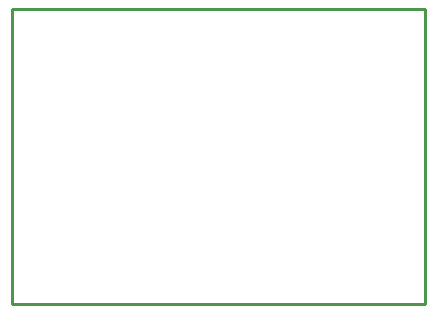
<source format=gm1>
G04*
G04 #@! TF.GenerationSoftware,Altium Limited,Altium Designer,24.5.2 (23)*
G04*
G04 Layer_Color=16777215*
%FSLAX25Y25*%
%MOIN*%
G70*
G04*
G04 #@! TF.SameCoordinates,01A352D6-3B51-4183-BB44-945251ACD641*
G04*
G04*
G04 #@! TF.FilePolarity,Positive*
G04*
G01*
G75*
%ADD12C,0.01000*%
D12*
X0Y0D02*
X137795D01*
X0Y98425D02*
X137795D01*
Y0D02*
Y98425D01*
X0Y0D02*
Y98425D01*
M02*

</source>
